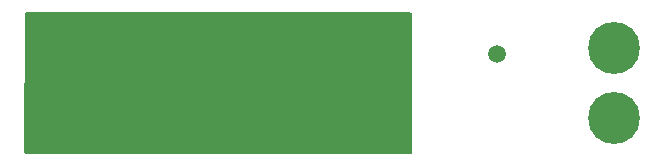
<source format=gbr>
%TF.GenerationSoftware,KiCad,Pcbnew,7.0.10*%
%TF.CreationDate,2024-02-03T21:39:14-08:00*%
%TF.ProjectId,Leak_Detection_PCB,4c65616b-5f44-4657-9465-6374696f6e5f,rev?*%
%TF.SameCoordinates,Original*%
%TF.FileFunction,Soldermask,Bot*%
%TF.FilePolarity,Negative*%
%FSLAX46Y46*%
G04 Gerber Fmt 4.6, Leading zero omitted, Abs format (unit mm)*
G04 Created by KiCad (PCBNEW 7.0.10) date 2024-02-03 21:39:14*
%MOMM*%
%LPD*%
G01*
G04 APERTURE LIST*
%ADD10C,4.400000*%
%ADD11C,1.500000*%
G04 APERTURE END LIST*
D10*
%TO.C,H1*%
X176276000Y-111252000D03*
%TD*%
%TO.C,H2*%
X176276000Y-117202000D03*
%TD*%
D11*
%TO.C,TP2*%
X166370000Y-111760000D03*
%TD*%
G36*
X159074039Y-108264685D02*
G01*
X159119794Y-108317489D01*
X159131000Y-108369000D01*
X159131000Y-120121000D01*
X159111315Y-120188039D01*
X159058511Y-120233794D01*
X159007000Y-120245000D01*
X126466469Y-120245000D01*
X126399430Y-120225315D01*
X126353675Y-120172511D01*
X126342469Y-120120802D01*
X126361213Y-108368802D01*
X126381005Y-108301794D01*
X126433882Y-108256124D01*
X126485213Y-108245000D01*
X159007000Y-108245000D01*
X159074039Y-108264685D01*
G37*
M02*

</source>
